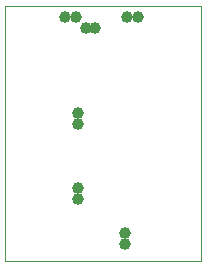
<source format=gbl>
G75*
%MOIN*%
%OFA0B0*%
%FSLAX24Y24*%
%IPPOS*%
%LPD*%
%AMOC8*
5,1,8,0,0,1.08239X$1,22.5*
%
%ADD10C,0.0000*%
%ADD11C,0.0397*%
D10*
X002517Y002517D02*
X002517Y010992D01*
X009043Y010992D01*
X009043Y002517D01*
X002517Y002517D01*
D11*
X004954Y004579D03*
X004954Y004954D03*
X006517Y003454D03*
X006517Y003079D03*
X004954Y007079D03*
X004954Y007454D03*
X005204Y010267D03*
X005517Y010267D03*
X004892Y010642D03*
X004517Y010642D03*
X006579Y010642D03*
X006954Y010642D03*
M02*

</source>
